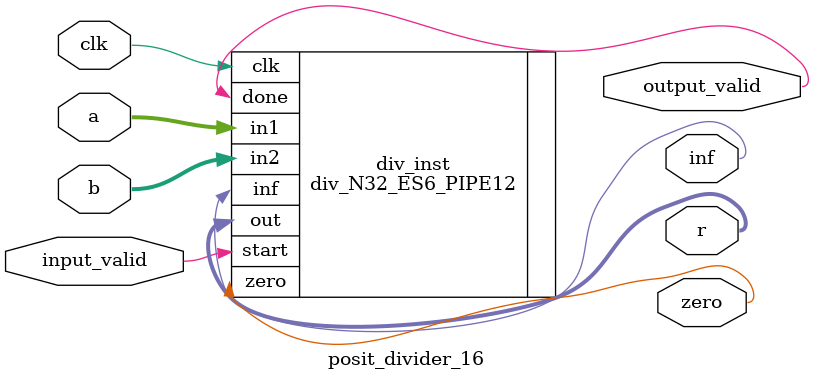
<source format=sv>
module posit_divider_16(
        clk,
        a,
        b,
        input_valid,
        r,
        output_valid,
        inf,
        zero
    );
    parameter N=16; // Num bits (posit)
    parameter es=1; // Exponent size

    input  wire clk;
    input  wire [N-1:0] a; 
    input  wire [N-1:0] b; 
    input  wire input_valid;
    output wire [N-1:0] r;
    output wire output_valid;
    output wire inf; 
    output wire zero;

    div_N32_ES6_PIPE12 #(.N(N),.es(es)) div_inst(
        .clk(clk), 
        .in1(a), 
        .in2(b), 
        .start(input_valid), 
        .out(r), 
        .inf(inf), 
        .zero(zero), 
        .done(output_valid)
    ); 
endmodule 
</source>
